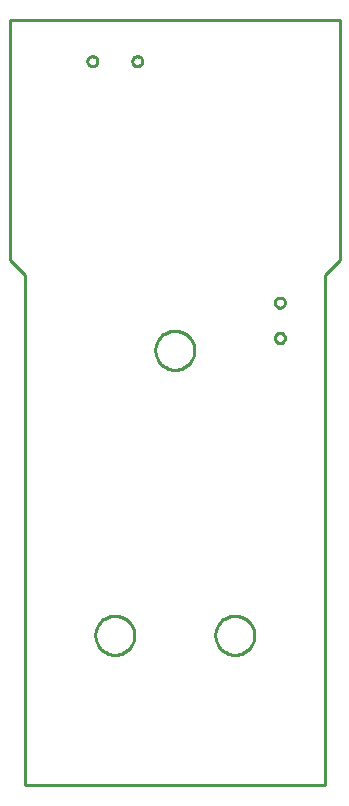
<source format=gbr>
G04 EAGLE Gerber RS-274X export*
G75*
%MOMM*%
%FSLAX34Y34*%
%LPD*%
%IN*%
%IPPOS*%
%AMOC8*
5,1,8,0,0,1.08239X$1,22.5*%
G01*
%ADD10C,0.254000*%


D10*
X-12700Y444500D02*
X0Y431800D01*
X0Y0D01*
X254000Y0D01*
X254000Y431800D01*
X266700Y444500D01*
X266700Y647700D01*
X-12700Y647700D01*
X-12700Y444500D01*
X216179Y412950D02*
X216731Y412877D01*
X217269Y412733D01*
X217784Y412520D01*
X218266Y412241D01*
X218708Y411902D01*
X219102Y411508D01*
X219441Y411066D01*
X219720Y410584D01*
X219933Y410069D01*
X220077Y409531D01*
X220150Y408979D01*
X220150Y408421D01*
X220077Y407869D01*
X219933Y407331D01*
X219720Y406816D01*
X219441Y406334D01*
X219102Y405892D01*
X218708Y405498D01*
X218266Y405159D01*
X217784Y404880D01*
X217269Y404667D01*
X216731Y404523D01*
X216179Y404450D01*
X215621Y404450D01*
X215069Y404523D01*
X214531Y404667D01*
X214016Y404880D01*
X213534Y405159D01*
X213092Y405498D01*
X212698Y405892D01*
X212359Y406334D01*
X212080Y406816D01*
X211867Y407331D01*
X211723Y407869D01*
X211650Y408421D01*
X211650Y408979D01*
X211723Y409531D01*
X211867Y410069D01*
X212080Y410584D01*
X212359Y411066D01*
X212698Y411508D01*
X213092Y411902D01*
X213534Y412241D01*
X214016Y412520D01*
X214531Y412733D01*
X215069Y412877D01*
X215621Y412950D01*
X216179Y412950D01*
X216179Y382950D02*
X216731Y382877D01*
X217269Y382733D01*
X217784Y382520D01*
X218266Y382241D01*
X218708Y381902D01*
X219102Y381508D01*
X219441Y381066D01*
X219720Y380584D01*
X219933Y380069D01*
X220077Y379531D01*
X220150Y378979D01*
X220150Y378421D01*
X220077Y377869D01*
X219933Y377331D01*
X219720Y376816D01*
X219441Y376334D01*
X219102Y375892D01*
X218708Y375498D01*
X218266Y375159D01*
X217784Y374880D01*
X217269Y374667D01*
X216731Y374523D01*
X216179Y374450D01*
X215621Y374450D01*
X215069Y374523D01*
X214531Y374667D01*
X214016Y374880D01*
X213534Y375159D01*
X213092Y375498D01*
X212698Y375892D01*
X212359Y376334D01*
X212080Y376816D01*
X211867Y377331D01*
X211723Y377869D01*
X211650Y378421D01*
X211650Y378979D01*
X211723Y379531D01*
X211867Y380069D01*
X212080Y380584D01*
X212359Y381066D01*
X212698Y381508D01*
X213092Y381902D01*
X213534Y382241D01*
X214016Y382520D01*
X214531Y382733D01*
X215069Y382877D01*
X215621Y382950D01*
X216179Y382950D01*
X94921Y608750D02*
X94369Y608823D01*
X93831Y608967D01*
X93316Y609180D01*
X92834Y609459D01*
X92392Y609798D01*
X91998Y610192D01*
X91659Y610634D01*
X91380Y611116D01*
X91167Y611631D01*
X91023Y612169D01*
X90950Y612721D01*
X90950Y613279D01*
X91023Y613831D01*
X91167Y614369D01*
X91380Y614884D01*
X91659Y615366D01*
X91998Y615808D01*
X92392Y616202D01*
X92834Y616541D01*
X93316Y616820D01*
X93831Y617033D01*
X94369Y617177D01*
X94921Y617250D01*
X95479Y617250D01*
X96031Y617177D01*
X96569Y617033D01*
X97084Y616820D01*
X97566Y616541D01*
X98008Y616202D01*
X98402Y615808D01*
X98741Y615366D01*
X99020Y614884D01*
X99233Y614369D01*
X99377Y613831D01*
X99450Y613279D01*
X99450Y612721D01*
X99377Y612169D01*
X99233Y611631D01*
X99020Y611116D01*
X98741Y610634D01*
X98402Y610192D01*
X98008Y609798D01*
X97566Y609459D01*
X97084Y609180D01*
X96569Y608967D01*
X96031Y608823D01*
X95479Y608750D01*
X94921Y608750D01*
X56921Y608750D02*
X56369Y608823D01*
X55831Y608967D01*
X55316Y609180D01*
X54834Y609459D01*
X54392Y609798D01*
X53998Y610192D01*
X53659Y610634D01*
X53380Y611116D01*
X53167Y611631D01*
X53023Y612169D01*
X52950Y612721D01*
X52950Y613279D01*
X53023Y613831D01*
X53167Y614369D01*
X53380Y614884D01*
X53659Y615366D01*
X53998Y615808D01*
X54392Y616202D01*
X54834Y616541D01*
X55316Y616820D01*
X55831Y617033D01*
X56369Y617177D01*
X56921Y617250D01*
X57479Y617250D01*
X58031Y617177D01*
X58569Y617033D01*
X59084Y616820D01*
X59566Y616541D01*
X60008Y616202D01*
X60402Y615808D01*
X60741Y615366D01*
X61020Y614884D01*
X61233Y614369D01*
X61377Y613831D01*
X61450Y613279D01*
X61450Y612721D01*
X61377Y612169D01*
X61233Y611631D01*
X61020Y611116D01*
X60741Y610634D01*
X60402Y610192D01*
X60008Y609798D01*
X59566Y609459D01*
X59084Y609180D01*
X58569Y608967D01*
X58031Y608823D01*
X57479Y608750D01*
X56921Y608750D01*
X143510Y367760D02*
X143439Y366681D01*
X143298Y365609D01*
X143087Y364549D01*
X142808Y363505D01*
X142460Y362481D01*
X142046Y361483D01*
X141568Y360513D01*
X141028Y359577D01*
X140427Y358678D01*
X139769Y357821D01*
X139057Y357008D01*
X138292Y356244D01*
X137479Y355531D01*
X136622Y354873D01*
X135723Y354272D01*
X134787Y353732D01*
X133817Y353254D01*
X132819Y352840D01*
X131795Y352492D01*
X130751Y352213D01*
X129691Y352002D01*
X128619Y351861D01*
X127540Y351790D01*
X126460Y351790D01*
X125381Y351861D01*
X124309Y352002D01*
X123249Y352213D01*
X122205Y352492D01*
X121181Y352840D01*
X120183Y353254D01*
X119213Y353732D01*
X118277Y354272D01*
X117378Y354873D01*
X116521Y355531D01*
X115708Y356244D01*
X114944Y357008D01*
X114231Y357821D01*
X113573Y358678D01*
X112972Y359577D01*
X112432Y360513D01*
X111954Y361483D01*
X111540Y362481D01*
X111192Y363505D01*
X110913Y364549D01*
X110702Y365609D01*
X110561Y366681D01*
X110490Y367760D01*
X110490Y368840D01*
X110561Y369919D01*
X110702Y370991D01*
X110913Y372051D01*
X111192Y373095D01*
X111540Y374119D01*
X111954Y375117D01*
X112432Y376087D01*
X112972Y377023D01*
X113573Y377922D01*
X114231Y378779D01*
X114944Y379592D01*
X115708Y380357D01*
X116521Y381069D01*
X117378Y381727D01*
X118277Y382328D01*
X119213Y382868D01*
X120183Y383346D01*
X121181Y383760D01*
X122205Y384108D01*
X123249Y384387D01*
X124309Y384598D01*
X125381Y384739D01*
X126460Y384810D01*
X127540Y384810D01*
X128619Y384739D01*
X129691Y384598D01*
X130751Y384387D01*
X131795Y384108D01*
X132819Y383760D01*
X133817Y383346D01*
X134787Y382868D01*
X135723Y382328D01*
X136622Y381727D01*
X137479Y381069D01*
X138292Y380357D01*
X139057Y379592D01*
X139769Y378779D01*
X140427Y377922D01*
X141028Y377023D01*
X141568Y376087D01*
X142046Y375117D01*
X142460Y374119D01*
X142808Y373095D01*
X143087Y372051D01*
X143298Y370991D01*
X143439Y369919D01*
X143510Y368840D01*
X143510Y367760D01*
X194310Y126460D02*
X194239Y125381D01*
X194098Y124309D01*
X193887Y123249D01*
X193608Y122205D01*
X193260Y121181D01*
X192846Y120183D01*
X192368Y119213D01*
X191828Y118277D01*
X191227Y117378D01*
X190569Y116521D01*
X189857Y115708D01*
X189092Y114944D01*
X188279Y114231D01*
X187422Y113573D01*
X186523Y112972D01*
X185587Y112432D01*
X184617Y111954D01*
X183619Y111540D01*
X182595Y111192D01*
X181551Y110913D01*
X180491Y110702D01*
X179419Y110561D01*
X178340Y110490D01*
X177260Y110490D01*
X176181Y110561D01*
X175109Y110702D01*
X174049Y110913D01*
X173005Y111192D01*
X171981Y111540D01*
X170983Y111954D01*
X170013Y112432D01*
X169077Y112972D01*
X168178Y113573D01*
X167321Y114231D01*
X166508Y114944D01*
X165744Y115708D01*
X165031Y116521D01*
X164373Y117378D01*
X163772Y118277D01*
X163232Y119213D01*
X162754Y120183D01*
X162340Y121181D01*
X161992Y122205D01*
X161713Y123249D01*
X161502Y124309D01*
X161361Y125381D01*
X161290Y126460D01*
X161290Y127540D01*
X161361Y128619D01*
X161502Y129691D01*
X161713Y130751D01*
X161992Y131795D01*
X162340Y132819D01*
X162754Y133817D01*
X163232Y134787D01*
X163772Y135723D01*
X164373Y136622D01*
X165031Y137479D01*
X165744Y138292D01*
X166508Y139057D01*
X167321Y139769D01*
X168178Y140427D01*
X169077Y141028D01*
X170013Y141568D01*
X170983Y142046D01*
X171981Y142460D01*
X173005Y142808D01*
X174049Y143087D01*
X175109Y143298D01*
X176181Y143439D01*
X177260Y143510D01*
X178340Y143510D01*
X179419Y143439D01*
X180491Y143298D01*
X181551Y143087D01*
X182595Y142808D01*
X183619Y142460D01*
X184617Y142046D01*
X185587Y141568D01*
X186523Y141028D01*
X187422Y140427D01*
X188279Y139769D01*
X189092Y139057D01*
X189857Y138292D01*
X190569Y137479D01*
X191227Y136622D01*
X191828Y135723D01*
X192368Y134787D01*
X192846Y133817D01*
X193260Y132819D01*
X193608Y131795D01*
X193887Y130751D01*
X194098Y129691D01*
X194239Y128619D01*
X194310Y127540D01*
X194310Y126460D01*
X92710Y126460D02*
X92639Y125381D01*
X92498Y124309D01*
X92287Y123249D01*
X92008Y122205D01*
X91660Y121181D01*
X91246Y120183D01*
X90768Y119213D01*
X90228Y118277D01*
X89627Y117378D01*
X88969Y116521D01*
X88257Y115708D01*
X87492Y114944D01*
X86679Y114231D01*
X85822Y113573D01*
X84923Y112972D01*
X83987Y112432D01*
X83017Y111954D01*
X82019Y111540D01*
X80995Y111192D01*
X79951Y110913D01*
X78891Y110702D01*
X77819Y110561D01*
X76740Y110490D01*
X75660Y110490D01*
X74581Y110561D01*
X73509Y110702D01*
X72449Y110913D01*
X71405Y111192D01*
X70381Y111540D01*
X69383Y111954D01*
X68413Y112432D01*
X67477Y112972D01*
X66578Y113573D01*
X65721Y114231D01*
X64908Y114944D01*
X64144Y115708D01*
X63431Y116521D01*
X62773Y117378D01*
X62172Y118277D01*
X61632Y119213D01*
X61154Y120183D01*
X60740Y121181D01*
X60392Y122205D01*
X60113Y123249D01*
X59902Y124309D01*
X59761Y125381D01*
X59690Y126460D01*
X59690Y127540D01*
X59761Y128619D01*
X59902Y129691D01*
X60113Y130751D01*
X60392Y131795D01*
X60740Y132819D01*
X61154Y133817D01*
X61632Y134787D01*
X62172Y135723D01*
X62773Y136622D01*
X63431Y137479D01*
X64144Y138292D01*
X64908Y139057D01*
X65721Y139769D01*
X66578Y140427D01*
X67477Y141028D01*
X68413Y141568D01*
X69383Y142046D01*
X70381Y142460D01*
X71405Y142808D01*
X72449Y143087D01*
X73509Y143298D01*
X74581Y143439D01*
X75660Y143510D01*
X76740Y143510D01*
X77819Y143439D01*
X78891Y143298D01*
X79951Y143087D01*
X80995Y142808D01*
X82019Y142460D01*
X83017Y142046D01*
X83987Y141568D01*
X84923Y141028D01*
X85822Y140427D01*
X86679Y139769D01*
X87492Y139057D01*
X88257Y138292D01*
X88969Y137479D01*
X89627Y136622D01*
X90228Y135723D01*
X90768Y134787D01*
X91246Y133817D01*
X91660Y132819D01*
X92008Y131795D01*
X92287Y130751D01*
X92498Y129691D01*
X92639Y128619D01*
X92710Y127540D01*
X92710Y126460D01*
M02*

</source>
